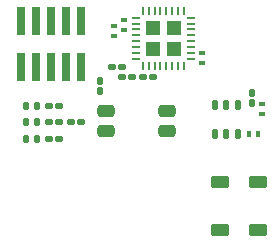
<source format=gtp>
G04*
G04 #@! TF.GenerationSoftware,Altium Limited,Altium Designer,21.9.2 (33)*
G04*
G04 Layer_Color=8421504*
%FSLAX25Y25*%
%MOIN*%
G70*
G04*
G04 #@! TF.SameCoordinates,1223ADA4-3529-4512-854F-09A9CE28B868*
G04*
G04*
G04 #@! TF.FilePolarity,Positive*
G04*
G01*
G75*
%ADD15R,0.05000X0.05000*%
%ADD16O,0.00984X0.02953*%
%ADD17O,0.02953X0.00984*%
G04:AMPARAMS|DCode=18|XSize=15.75mil|YSize=19.68mil|CornerRadius=3.94mil|HoleSize=0mil|Usage=FLASHONLY|Rotation=270.000|XOffset=0mil|YOffset=0mil|HoleType=Round|Shape=RoundedRectangle|*
%AMROUNDEDRECTD18*
21,1,0.01575,0.01181,0,0,270.0*
21,1,0.00787,0.01968,0,0,270.0*
1,1,0.00787,-0.00591,-0.00394*
1,1,0.00787,-0.00591,0.00394*
1,1,0.00787,0.00591,0.00394*
1,1,0.00787,0.00591,-0.00394*
%
%ADD18ROUNDEDRECTD18*%
G04:AMPARAMS|DCode=19|XSize=21.65mil|YSize=23.62mil|CornerRadius=5.41mil|HoleSize=0mil|Usage=FLASHONLY|Rotation=270.000|XOffset=0mil|YOffset=0mil|HoleType=Round|Shape=RoundedRectangle|*
%AMROUNDEDRECTD19*
21,1,0.02165,0.01280,0,0,270.0*
21,1,0.01083,0.02362,0,0,270.0*
1,1,0.01083,-0.00640,-0.00541*
1,1,0.01083,-0.00640,0.00541*
1,1,0.01083,0.00640,0.00541*
1,1,0.01083,0.00640,-0.00541*
%
%ADD19ROUNDEDRECTD19*%
G04:AMPARAMS|DCode=20|XSize=29.13mil|YSize=94.49mil|CornerRadius=7.28mil|HoleSize=0mil|Usage=FLASHONLY|Rotation=180.000|XOffset=0mil|YOffset=0mil|HoleType=Round|Shape=RoundedRectangle|*
%AMROUNDEDRECTD20*
21,1,0.02913,0.07992,0,0,180.0*
21,1,0.01457,0.09449,0,0,180.0*
1,1,0.01457,-0.00728,0.03996*
1,1,0.01457,0.00728,0.03996*
1,1,0.01457,0.00728,-0.03996*
1,1,0.01457,-0.00728,-0.03996*
%
%ADD20ROUNDEDRECTD20*%
G04:AMPARAMS|DCode=21|XSize=19.68mil|YSize=23.62mil|CornerRadius=4.92mil|HoleSize=0mil|Usage=FLASHONLY|Rotation=0.000|XOffset=0mil|YOffset=0mil|HoleType=Round|Shape=RoundedRectangle|*
%AMROUNDEDRECTD21*
21,1,0.01968,0.01378,0,0,0.0*
21,1,0.00984,0.02362,0,0,0.0*
1,1,0.00984,0.00492,-0.00689*
1,1,0.00984,-0.00492,-0.00689*
1,1,0.00984,-0.00492,0.00689*
1,1,0.00984,0.00492,0.00689*
%
%ADD21ROUNDEDRECTD21*%
G04:AMPARAMS|DCode=22|XSize=21.65mil|YSize=31.5mil|CornerRadius=5.41mil|HoleSize=0mil|Usage=FLASHONLY|Rotation=180.000|XOffset=0mil|YOffset=0mil|HoleType=Round|Shape=RoundedRectangle|*
%AMROUNDEDRECTD22*
21,1,0.02165,0.02067,0,0,180.0*
21,1,0.01083,0.03150,0,0,180.0*
1,1,0.01083,-0.00541,0.01034*
1,1,0.01083,0.00541,0.01034*
1,1,0.01083,0.00541,-0.01034*
1,1,0.01083,-0.00541,-0.01034*
%
%ADD22ROUNDEDRECTD22*%
G04:AMPARAMS|DCode=23|XSize=39.37mil|YSize=57.09mil|CornerRadius=9.84mil|HoleSize=0mil|Usage=FLASHONLY|Rotation=270.000|XOffset=0mil|YOffset=0mil|HoleType=Round|Shape=RoundedRectangle|*
%AMROUNDEDRECTD23*
21,1,0.03937,0.03740,0,0,270.0*
21,1,0.01968,0.05709,0,0,270.0*
1,1,0.01968,-0.01870,-0.00984*
1,1,0.01968,-0.01870,0.00984*
1,1,0.01968,0.01870,0.00984*
1,1,0.01968,0.01870,-0.00984*
%
%ADD23ROUNDEDRECTD23*%
G04:AMPARAMS|DCode=24|XSize=21.65mil|YSize=23.62mil|CornerRadius=5.41mil|HoleSize=0mil|Usage=FLASHONLY|Rotation=180.000|XOffset=0mil|YOffset=0mil|HoleType=Round|Shape=RoundedRectangle|*
%AMROUNDEDRECTD24*
21,1,0.02165,0.01280,0,0,180.0*
21,1,0.01083,0.02362,0,0,180.0*
1,1,0.01083,-0.00541,0.00640*
1,1,0.01083,0.00541,0.00640*
1,1,0.01083,0.00541,-0.00640*
1,1,0.01083,-0.00541,-0.00640*
%
%ADD24ROUNDEDRECTD24*%
G04:AMPARAMS|DCode=25|XSize=62.99mil|YSize=39.37mil|CornerRadius=9.84mil|HoleSize=0mil|Usage=FLASHONLY|Rotation=0.000|XOffset=0mil|YOffset=0mil|HoleType=Round|Shape=RoundedRectangle|*
%AMROUNDEDRECTD25*
21,1,0.06299,0.01968,0,0,0.0*
21,1,0.04331,0.03937,0,0,0.0*
1,1,0.01968,0.02165,-0.00984*
1,1,0.01968,-0.02165,-0.00984*
1,1,0.01968,-0.02165,0.00984*
1,1,0.01968,0.02165,0.00984*
%
%ADD25ROUNDEDRECTD25*%
G04:AMPARAMS|DCode=26|XSize=15.75mil|YSize=19.68mil|CornerRadius=3.94mil|HoleSize=0mil|Usage=FLASHONLY|Rotation=0.000|XOffset=0mil|YOffset=0mil|HoleType=Round|Shape=RoundedRectangle|*
%AMROUNDEDRECTD26*
21,1,0.01575,0.01181,0,0,0.0*
21,1,0.00787,0.01968,0,0,0.0*
1,1,0.00787,0.00394,-0.00591*
1,1,0.00787,-0.00394,-0.00591*
1,1,0.00787,-0.00394,0.00591*
1,1,0.00787,0.00394,0.00591*
%
%ADD26ROUNDEDRECTD26*%
D15*
X50500Y-15000D02*
D03*
X57500D02*
D03*
Y-22000D02*
D03*
X50500D02*
D03*
D16*
X47110Y-27752D02*
D03*
X49079D02*
D03*
X51047D02*
D03*
X53016D02*
D03*
X54984D02*
D03*
X56953D02*
D03*
X58921D02*
D03*
X60890D02*
D03*
Y-9248D02*
D03*
X58921D02*
D03*
X56953D02*
D03*
X54984D02*
D03*
X53016D02*
D03*
X51047D02*
D03*
X49079D02*
D03*
X47110D02*
D03*
D17*
X63252Y-25390D02*
D03*
Y-23421D02*
D03*
Y-21453D02*
D03*
Y-19484D02*
D03*
Y-17516D02*
D03*
Y-15547D02*
D03*
Y-13579D02*
D03*
Y-11610D02*
D03*
X44748D02*
D03*
Y-13579D02*
D03*
Y-15547D02*
D03*
Y-17516D02*
D03*
Y-19484D02*
D03*
Y-21453D02*
D03*
Y-23421D02*
D03*
Y-25390D02*
D03*
D18*
X67000Y-26575D02*
D03*
Y-23425D02*
D03*
X41000Y-12425D02*
D03*
Y-15575D02*
D03*
X37500Y-14425D02*
D03*
Y-17575D02*
D03*
X87000Y-40425D02*
D03*
Y-43575D02*
D03*
D19*
X47327Y-31500D02*
D03*
X50673D02*
D03*
X40327D02*
D03*
X43673D02*
D03*
X40173Y-28000D02*
D03*
X36827D02*
D03*
X19173Y-52000D02*
D03*
X15827D02*
D03*
X19173Y-46500D02*
D03*
X15827D02*
D03*
X26673D02*
D03*
X23327D02*
D03*
X15827Y-41000D02*
D03*
X19173D02*
D03*
D20*
X6500Y-28177D02*
D03*
X11500D02*
D03*
X16500D02*
D03*
X21500D02*
D03*
X26500D02*
D03*
X6500Y-12823D02*
D03*
X11500D02*
D03*
X16500D02*
D03*
X21500D02*
D03*
X26500D02*
D03*
D21*
X11772Y-52000D02*
D03*
X8228D02*
D03*
X11772Y-46500D02*
D03*
X8228D02*
D03*
X11772Y-41000D02*
D03*
X8228D02*
D03*
D22*
X71260Y-50421D02*
D03*
X75000D02*
D03*
X78740D02*
D03*
Y-40579D02*
D03*
X75000D02*
D03*
X71260D02*
D03*
D23*
X55138Y-42654D02*
D03*
Y-49347D02*
D03*
X34862Y-42654D02*
D03*
Y-49347D02*
D03*
D24*
X83500Y-36827D02*
D03*
Y-40173D02*
D03*
X33000Y-32827D02*
D03*
Y-36173D02*
D03*
D25*
X73000Y-82472D02*
D03*
Y-66528D02*
D03*
X85500Y-82472D02*
D03*
Y-66528D02*
D03*
D26*
X82425Y-50500D02*
D03*
X85575D02*
D03*
M02*

</source>
